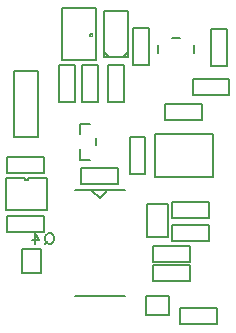
<source format=gbr>
G04 DesignSpark PCB Gerber Version 10.0 Build 5299*
G04 #@! TF.Part,Single*
G04 #@! TF.FileFunction,Legend,Bot*
G04 #@! TF.FilePolarity,Positive*
%FSLAX35Y35*%
%MOIN*%
%ADD12C,0.00500*%
%ADD10C,0.00591*%
%ADD11C,0.00600*%
G04 #@! TD.AperFunction*
X0Y0D02*
D02*
D10*
X38360Y30691D02*
X32061D01*
Y22817D01*
X38360D01*
Y30691D01*
X73400Y14943D02*
Y8644D01*
X81274D01*
Y14943D01*
X73400D01*
X80922Y45568D02*
Y34741D01*
X73835D01*
Y45568D01*
X80922D01*
D02*
D11*
X49794Y50374D02*
X66494D01*
X54747Y60518D02*
X51358D01*
Y64058D01*
X54747Y72518D02*
X51358D01*
Y68978D01*
X56858Y67808D02*
Y65228D01*
X60644Y50174D02*
X58144Y47674D01*
X55644Y50174D01*
X66494Y14974D02*
X49794D01*
X77607Y95952D02*
Y98813D01*
X82217Y100875D02*
X84897D01*
X89507Y98813D02*
Y95952D01*
D02*
D12*
X26943Y54313D02*
Y43683D01*
X40329D01*
Y54313D01*
X34014D01*
Y53672D01*
X33030D01*
Y54313D01*
X26943D01*
X27092Y41609D02*
Y36309D01*
X39392D01*
Y41609D01*
X27092D01*
X29636Y68116D02*
Y90116D01*
X37636D01*
Y68116D01*
X29636D01*
X39392Y55994D02*
Y61294D01*
X27092D01*
Y55994D01*
X39392D01*
X42930Y33554D02*
Y34804D01*
X42617Y35429D01*
X42304Y35741D01*
X41680Y36054D01*
X41054D01*
X40430Y35741D01*
X40117Y35429D01*
X39804Y34804D01*
Y33554D01*
X40117Y32929D01*
X40430Y32616D01*
X41054Y32304D01*
X41680D01*
X42304Y32616D01*
X42617Y32929D01*
X42930Y33554D01*
X40742Y33241D02*
X39804Y32304D01*
X36367D02*
Y36054D01*
X37930Y33554D01*
X35430D01*
X49672Y91959D02*
X44372D01*
Y79659D01*
X49672D01*
Y91959D01*
X51797Y57750D02*
Y52450D01*
X64097D01*
Y57750D01*
X51797D01*
X55683Y102344D02*
G75*
G02*
X54896Y101557I-394J-394D01*
G01*
G75*
G02*
X55683Y102344I394J394D01*
G01*
X56786Y111004D02*
X45487D01*
Y93681D01*
X56786D01*
Y111004D01*
X57546Y91959D02*
X52246D01*
Y79659D01*
X57546D01*
Y91959D01*
X59620Y96439D02*
X61195Y94864D01*
X59651Y94854D02*
Y110011D01*
X67525D01*
Y94854D01*
X59651D01*
X60907Y79659D02*
X66207D01*
Y91959D01*
X60907D01*
Y79659D01*
X65919Y94864D02*
X67494Y96439D01*
X67994Y55643D02*
X73294D01*
Y67943D01*
X67994D01*
Y55643D01*
X69096Y92062D02*
X74396D01*
Y104362D01*
X69096D01*
Y92062D01*
X75911Y25467D02*
Y20167D01*
X88211D01*
Y25467D01*
X75911D01*
Y31766D02*
Y26466D01*
X88211D01*
Y31766D01*
X75911D01*
X82309Y38733D02*
Y33433D01*
X94609D01*
Y38733D01*
X82309D01*
X84966Y10900D02*
Y5600D01*
X97266D01*
Y10900D01*
X84966D01*
X89007Y87275D02*
Y81975D01*
X101307D01*
Y87275D01*
X89007D01*
X92148Y73710D02*
Y79010D01*
X79848D01*
Y73710D01*
X92148D01*
X94609Y41033D02*
Y46333D01*
X82309D01*
Y41033D01*
X94609D01*
X95859Y54624D02*
X76359D01*
Y69124D01*
X95859D01*
Y54624D01*
X100459Y104164D02*
X95159D01*
Y91864D01*
X100459D01*
Y104164D01*
X0Y0D02*
M02*

</source>
